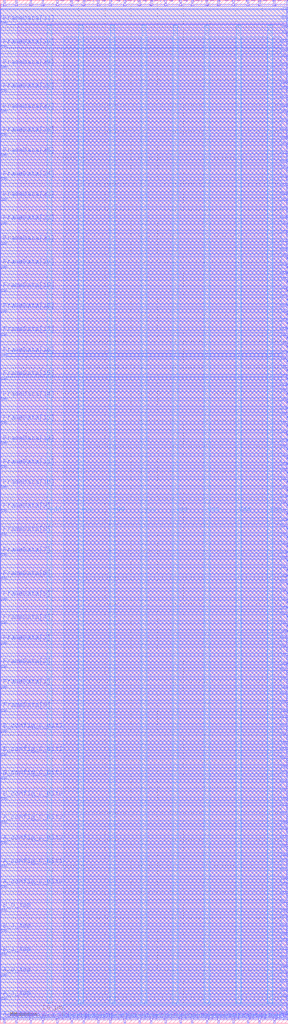
<source format=lef>
VERSION 5.7 ;
  NOWIREEXTENSIONATPIN ON ;
  DIVIDERCHAR "/" ;
  BUSBITCHARS "[]" ;
MACRO W_IO
  CLASS BLOCK ;
  FOREIGN W_IO ;
  ORIGIN 0.000 0.000 ;
  SIZE 110.000 BY 390.000 ;
  PIN A_I_top
    DIRECTION OUTPUT TRISTATE ;
    USE SIGNAL ;
    PORT
      LAYER Metal3 ;
        RECT 0.000 1.400 2.000 1.960 ;
    END
  END A_I_top
  PIN A_O_top
    DIRECTION INPUT ;
    USE SIGNAL ;
    PORT
      LAYER Metal3 ;
        RECT 0.000 18.200 2.000 18.760 ;
    END
  END A_O_top
  PIN A_T_top
    DIRECTION OUTPUT TRISTATE ;
    USE SIGNAL ;
    PORT
      LAYER Metal3 ;
        RECT 0.000 9.240 2.000 9.800 ;
    END
  END A_T_top
  PIN A_config_C_bit0
    DIRECTION OUTPUT TRISTATE ;
    USE SIGNAL ;
    PORT
      LAYER Metal3 ;
        RECT 0.000 51.800 2.000 52.360 ;
    END
  END A_config_C_bit0
  PIN A_config_C_bit1
    DIRECTION OUTPUT TRISTATE ;
    USE SIGNAL ;
    PORT
      LAYER Metal3 ;
        RECT 0.000 59.640 2.000 60.200 ;
    END
  END A_config_C_bit1
  PIN A_config_C_bit2
    DIRECTION OUTPUT TRISTATE ;
    USE SIGNAL ;
    PORT
      LAYER Metal3 ;
        RECT 0.000 68.600 2.000 69.160 ;
    END
  END A_config_C_bit2
  PIN A_config_C_bit3
    DIRECTION OUTPUT TRISTATE ;
    USE SIGNAL ;
    PORT
      LAYER Metal3 ;
        RECT 0.000 76.440 2.000 77.000 ;
    END
  END A_config_C_bit3
  PIN B_I_top
    DIRECTION OUTPUT TRISTATE ;
    USE SIGNAL ;
    PORT
      LAYER Metal3 ;
        RECT 0.000 26.040 2.000 26.600 ;
    END
  END B_I_top
  PIN B_O_top
    DIRECTION INPUT ;
    USE SIGNAL ;
    PORT
      LAYER Metal3 ;
        RECT 0.000 42.840 2.000 43.400 ;
    END
  END B_O_top
  PIN B_T_top
    DIRECTION OUTPUT TRISTATE ;
    USE SIGNAL ;
    PORT
      LAYER Metal3 ;
        RECT 0.000 35.000 2.000 35.560 ;
    END
  END B_T_top
  PIN B_config_C_bit0
    DIRECTION OUTPUT TRISTATE ;
    USE SIGNAL ;
    PORT
      LAYER Metal3 ;
        RECT 0.000 85.400 2.000 85.960 ;
    END
  END B_config_C_bit0
  PIN B_config_C_bit1
    DIRECTION OUTPUT TRISTATE ;
    USE SIGNAL ;
    PORT
      LAYER Metal3 ;
        RECT 0.000 93.240 2.000 93.800 ;
    END
  END B_config_C_bit1
  PIN B_config_C_bit2
    DIRECTION OUTPUT TRISTATE ;
    USE SIGNAL ;
    PORT
      LAYER Metal3 ;
        RECT 0.000 102.200 2.000 102.760 ;
    END
  END B_config_C_bit2
  PIN B_config_C_bit3
    DIRECTION OUTPUT TRISTATE ;
    USE SIGNAL ;
    PORT
      LAYER Metal3 ;
        RECT 0.000 111.160 2.000 111.720 ;
    END
  END B_config_C_bit3
  PIN E1BEG[0]
    DIRECTION OUTPUT TRISTATE ;
    USE SIGNAL ;
    PORT
      LAYER Metal3 ;
        RECT 108.000 1.400 110.000 1.960 ;
    END
  END E1BEG[0]
  PIN E1BEG[1]
    DIRECTION OUTPUT TRISTATE ;
    USE SIGNAL ;
    PORT
      LAYER Metal3 ;
        RECT 108.000 3.640 110.000 4.200 ;
    END
  END E1BEG[1]
  PIN E1BEG[2]
    DIRECTION OUTPUT TRISTATE ;
    USE SIGNAL ;
    PORT
      LAYER Metal3 ;
        RECT 108.000 7.000 110.000 7.560 ;
    END
  END E1BEG[2]
  PIN E1BEG[3]
    DIRECTION OUTPUT TRISTATE ;
    USE SIGNAL ;
    PORT
      LAYER Metal3 ;
        RECT 108.000 10.360 110.000 10.920 ;
    END
  END E1BEG[3]
  PIN E2BEG[0]
    DIRECTION OUTPUT TRISTATE ;
    USE SIGNAL ;
    PORT
      LAYER Metal3 ;
        RECT 108.000 12.600 110.000 13.160 ;
    END
  END E2BEG[0]
  PIN E2BEG[1]
    DIRECTION OUTPUT TRISTATE ;
    USE SIGNAL ;
    PORT
      LAYER Metal3 ;
        RECT 108.000 15.960 110.000 16.520 ;
    END
  END E2BEG[1]
  PIN E2BEG[2]
    DIRECTION OUTPUT TRISTATE ;
    USE SIGNAL ;
    PORT
      LAYER Metal3 ;
        RECT 108.000 19.320 110.000 19.880 ;
    END
  END E2BEG[2]
  PIN E2BEG[3]
    DIRECTION OUTPUT TRISTATE ;
    USE SIGNAL ;
    PORT
      LAYER Metal3 ;
        RECT 108.000 21.560 110.000 22.120 ;
    END
  END E2BEG[3]
  PIN E2BEG[4]
    DIRECTION OUTPUT TRISTATE ;
    USE SIGNAL ;
    PORT
      LAYER Metal3 ;
        RECT 108.000 24.920 110.000 25.480 ;
    END
  END E2BEG[4]
  PIN E2BEG[5]
    DIRECTION OUTPUT TRISTATE ;
    USE SIGNAL ;
    PORT
      LAYER Metal3 ;
        RECT 108.000 28.280 110.000 28.840 ;
    END
  END E2BEG[5]
  PIN E2BEG[6]
    DIRECTION OUTPUT TRISTATE ;
    USE SIGNAL ;
    PORT
      LAYER Metal3 ;
        RECT 108.000 31.640 110.000 32.200 ;
    END
  END E2BEG[6]
  PIN E2BEG[7]
    DIRECTION OUTPUT TRISTATE ;
    USE SIGNAL ;
    PORT
      LAYER Metal3 ;
        RECT 108.000 33.880 110.000 34.440 ;
    END
  END E2BEG[7]
  PIN E2BEGb[0]
    DIRECTION OUTPUT TRISTATE ;
    USE SIGNAL ;
    PORT
      LAYER Metal3 ;
        RECT 108.000 37.240 110.000 37.800 ;
    END
  END E2BEGb[0]
  PIN E2BEGb[1]
    DIRECTION OUTPUT TRISTATE ;
    USE SIGNAL ;
    PORT
      LAYER Metal3 ;
        RECT 108.000 40.600 110.000 41.160 ;
    END
  END E2BEGb[1]
  PIN E2BEGb[2]
    DIRECTION OUTPUT TRISTATE ;
    USE SIGNAL ;
    PORT
      LAYER Metal3 ;
        RECT 108.000 42.840 110.000 43.400 ;
    END
  END E2BEGb[2]
  PIN E2BEGb[3]
    DIRECTION OUTPUT TRISTATE ;
    USE SIGNAL ;
    PORT
      LAYER Metal3 ;
        RECT 108.000 46.200 110.000 46.760 ;
    END
  END E2BEGb[3]
  PIN E2BEGb[4]
    DIRECTION OUTPUT TRISTATE ;
    USE SIGNAL ;
    PORT
      LAYER Metal3 ;
        RECT 108.000 49.560 110.000 50.120 ;
    END
  END E2BEGb[4]
  PIN E2BEGb[5]
    DIRECTION OUTPUT TRISTATE ;
    USE SIGNAL ;
    PORT
      LAYER Metal3 ;
        RECT 108.000 52.920 110.000 53.480 ;
    END
  END E2BEGb[5]
  PIN E2BEGb[6]
    DIRECTION OUTPUT TRISTATE ;
    USE SIGNAL ;
    PORT
      LAYER Metal3 ;
        RECT 108.000 55.160 110.000 55.720 ;
    END
  END E2BEGb[6]
  PIN E2BEGb[7]
    DIRECTION OUTPUT TRISTATE ;
    USE SIGNAL ;
    PORT
      LAYER Metal3 ;
        RECT 108.000 58.520 110.000 59.080 ;
    END
  END E2BEGb[7]
  PIN E6BEG[0]
    DIRECTION OUTPUT TRISTATE ;
    USE SIGNAL ;
    PORT
      LAYER Metal3 ;
        RECT 108.000 110.040 110.000 110.600 ;
    END
  END E6BEG[0]
  PIN E6BEG[10]
    DIRECTION OUTPUT TRISTATE ;
    USE SIGNAL ;
    PORT
      LAYER Metal3 ;
        RECT 108.000 140.280 110.000 140.840 ;
    END
  END E6BEG[10]
  PIN E6BEG[11]
    DIRECTION OUTPUT TRISTATE ;
    USE SIGNAL ;
    PORT
      LAYER Metal3 ;
        RECT 108.000 143.640 110.000 144.200 ;
    END
  END E6BEG[11]
  PIN E6BEG[1]
    DIRECTION OUTPUT TRISTATE ;
    USE SIGNAL ;
    PORT
      LAYER Metal3 ;
        RECT 108.000 113.400 110.000 113.960 ;
    END
  END E6BEG[1]
  PIN E6BEG[2]
    DIRECTION OUTPUT TRISTATE ;
    USE SIGNAL ;
    PORT
      LAYER Metal3 ;
        RECT 108.000 116.760 110.000 117.320 ;
    END
  END E6BEG[2]
  PIN E6BEG[3]
    DIRECTION OUTPUT TRISTATE ;
    USE SIGNAL ;
    PORT
      LAYER Metal3 ;
        RECT 108.000 119.000 110.000 119.560 ;
    END
  END E6BEG[3]
  PIN E6BEG[4]
    DIRECTION OUTPUT TRISTATE ;
    USE SIGNAL ;
    PORT
      LAYER Metal3 ;
        RECT 108.000 122.360 110.000 122.920 ;
    END
  END E6BEG[4]
  PIN E6BEG[5]
    DIRECTION OUTPUT TRISTATE ;
    USE SIGNAL ;
    PORT
      LAYER Metal3 ;
        RECT 108.000 125.720 110.000 126.280 ;
    END
  END E6BEG[5]
  PIN E6BEG[6]
    DIRECTION OUTPUT TRISTATE ;
    USE SIGNAL ;
    PORT
      LAYER Metal3 ;
        RECT 108.000 127.960 110.000 128.520 ;
    END
  END E6BEG[6]
  PIN E6BEG[7]
    DIRECTION OUTPUT TRISTATE ;
    USE SIGNAL ;
    PORT
      LAYER Metal3 ;
        RECT 108.000 131.320 110.000 131.880 ;
    END
  END E6BEG[7]
  PIN E6BEG[8]
    DIRECTION OUTPUT TRISTATE ;
    USE SIGNAL ;
    PORT
      LAYER Metal3 ;
        RECT 108.000 134.680 110.000 135.240 ;
    END
  END E6BEG[8]
  PIN E6BEG[9]
    DIRECTION OUTPUT TRISTATE ;
    USE SIGNAL ;
    PORT
      LAYER Metal3 ;
        RECT 108.000 136.920 110.000 137.480 ;
    END
  END E6BEG[9]
  PIN EE4BEG[0]
    DIRECTION OUTPUT TRISTATE ;
    USE SIGNAL ;
    PORT
      LAYER Metal3 ;
        RECT 108.000 61.880 110.000 62.440 ;
    END
  END EE4BEG[0]
  PIN EE4BEG[10]
    DIRECTION OUTPUT TRISTATE ;
    USE SIGNAL ;
    PORT
      LAYER Metal3 ;
        RECT 108.000 92.120 110.000 92.680 ;
    END
  END EE4BEG[10]
  PIN EE4BEG[11]
    DIRECTION OUTPUT TRISTATE ;
    USE SIGNAL ;
    PORT
      LAYER Metal3 ;
        RECT 108.000 95.480 110.000 96.040 ;
    END
  END EE4BEG[11]
  PIN EE4BEG[12]
    DIRECTION OUTPUT TRISTATE ;
    USE SIGNAL ;
    PORT
      LAYER Metal3 ;
        RECT 108.000 97.720 110.000 98.280 ;
    END
  END EE4BEG[12]
  PIN EE4BEG[13]
    DIRECTION OUTPUT TRISTATE ;
    USE SIGNAL ;
    PORT
      LAYER Metal3 ;
        RECT 108.000 101.080 110.000 101.640 ;
    END
  END EE4BEG[13]
  PIN EE4BEG[14]
    DIRECTION OUTPUT TRISTATE ;
    USE SIGNAL ;
    PORT
      LAYER Metal3 ;
        RECT 108.000 104.440 110.000 105.000 ;
    END
  END EE4BEG[14]
  PIN EE4BEG[15]
    DIRECTION OUTPUT TRISTATE ;
    USE SIGNAL ;
    PORT
      LAYER Metal3 ;
        RECT 108.000 106.680 110.000 107.240 ;
    END
  END EE4BEG[15]
  PIN EE4BEG[1]
    DIRECTION OUTPUT TRISTATE ;
    USE SIGNAL ;
    PORT
      LAYER Metal3 ;
        RECT 108.000 64.120 110.000 64.680 ;
    END
  END EE4BEG[1]
  PIN EE4BEG[2]
    DIRECTION OUTPUT TRISTATE ;
    USE SIGNAL ;
    PORT
      LAYER Metal3 ;
        RECT 108.000 67.480 110.000 68.040 ;
    END
  END EE4BEG[2]
  PIN EE4BEG[3]
    DIRECTION OUTPUT TRISTATE ;
    USE SIGNAL ;
    PORT
      LAYER Metal3 ;
        RECT 108.000 70.840 110.000 71.400 ;
    END
  END EE4BEG[3]
  PIN EE4BEG[4]
    DIRECTION OUTPUT TRISTATE ;
    USE SIGNAL ;
    PORT
      LAYER Metal3 ;
        RECT 108.000 74.200 110.000 74.760 ;
    END
  END EE4BEG[4]
  PIN EE4BEG[5]
    DIRECTION OUTPUT TRISTATE ;
    USE SIGNAL ;
    PORT
      LAYER Metal3 ;
        RECT 108.000 76.440 110.000 77.000 ;
    END
  END EE4BEG[5]
  PIN EE4BEG[6]
    DIRECTION OUTPUT TRISTATE ;
    USE SIGNAL ;
    PORT
      LAYER Metal3 ;
        RECT 108.000 79.800 110.000 80.360 ;
    END
  END EE4BEG[6]
  PIN EE4BEG[7]
    DIRECTION OUTPUT TRISTATE ;
    USE SIGNAL ;
    PORT
      LAYER Metal3 ;
        RECT 108.000 83.160 110.000 83.720 ;
    END
  END EE4BEG[7]
  PIN EE4BEG[8]
    DIRECTION OUTPUT TRISTATE ;
    USE SIGNAL ;
    PORT
      LAYER Metal3 ;
        RECT 108.000 85.400 110.000 85.960 ;
    END
  END EE4BEG[8]
  PIN EE4BEG[9]
    DIRECTION OUTPUT TRISTATE ;
    USE SIGNAL ;
    PORT
      LAYER Metal3 ;
        RECT 108.000 88.760 110.000 89.320 ;
    END
  END EE4BEG[9]
  PIN FrameData[0]
    DIRECTION INPUT ;
    USE SIGNAL ;
    PORT
      LAYER Metal3 ;
        RECT 0.000 119.000 2.000 119.560 ;
    END
  END FrameData[0]
  PIN FrameData[10]
    DIRECTION INPUT ;
    USE SIGNAL ;
    PORT
      LAYER Metal3 ;
        RECT 0.000 204.120 2.000 204.680 ;
    END
  END FrameData[10]
  PIN FrameData[11]
    DIRECTION INPUT ;
    USE SIGNAL ;
    PORT
      LAYER Metal3 ;
        RECT 0.000 211.960 2.000 212.520 ;
    END
  END FrameData[11]
  PIN FrameData[12]
    DIRECTION INPUT ;
    USE SIGNAL ;
    PORT
      LAYER Metal3 ;
        RECT 0.000 220.920 2.000 221.480 ;
    END
  END FrameData[12]
  PIN FrameData[13]
    DIRECTION INPUT ;
    USE SIGNAL ;
    PORT
      LAYER Metal3 ;
        RECT 0.000 228.760 2.000 229.320 ;
    END
  END FrameData[13]
  PIN FrameData[14]
    DIRECTION INPUT ;
    USE SIGNAL ;
    PORT
      LAYER Metal3 ;
        RECT 0.000 237.720 2.000 238.280 ;
    END
  END FrameData[14]
  PIN FrameData[15]
    DIRECTION INPUT ;
    USE SIGNAL ;
    PORT
      LAYER Metal3 ;
        RECT 0.000 245.560 2.000 246.120 ;
    END
  END FrameData[15]
  PIN FrameData[16]
    DIRECTION INPUT ;
    USE SIGNAL ;
    PORT
      LAYER Metal3 ;
        RECT 0.000 254.520 2.000 255.080 ;
    END
  END FrameData[16]
  PIN FrameData[17]
    DIRECTION INPUT ;
    USE SIGNAL ;
    PORT
      LAYER Metal3 ;
        RECT 0.000 262.360 2.000 262.920 ;
    END
  END FrameData[17]
  PIN FrameData[18]
    DIRECTION INPUT ;
    USE SIGNAL ;
    PORT
      LAYER Metal3 ;
        RECT 0.000 271.320 2.000 271.880 ;
    END
  END FrameData[18]
  PIN FrameData[19]
    DIRECTION INPUT ;
    USE SIGNAL ;
    PORT
      LAYER Metal3 ;
        RECT 0.000 279.160 2.000 279.720 ;
    END
  END FrameData[19]
  PIN FrameData[1]
    DIRECTION INPUT ;
    USE SIGNAL ;
    PORT
      LAYER Metal3 ;
        RECT 0.000 127.960 2.000 128.520 ;
    END
  END FrameData[1]
  PIN FrameData[20]
    DIRECTION INPUT ;
    USE SIGNAL ;
    PORT
      LAYER Metal3 ;
        RECT 0.000 288.120 2.000 288.680 ;
    END
  END FrameData[20]
  PIN FrameData[21]
    DIRECTION INPUT ;
    USE SIGNAL ;
    PORT
      LAYER Metal3 ;
        RECT 0.000 297.080 2.000 297.640 ;
    END
  END FrameData[21]
  PIN FrameData[22]
    DIRECTION INPUT ;
    USE SIGNAL ;
    PORT
      LAYER Metal3 ;
        RECT 0.000 304.920 2.000 305.480 ;
    END
  END FrameData[22]
  PIN FrameData[23]
    DIRECTION INPUT ;
    USE SIGNAL ;
    PORT
      LAYER Metal3 ;
        RECT 0.000 313.880 2.000 314.440 ;
    END
  END FrameData[23]
  PIN FrameData[24]
    DIRECTION INPUT ;
    USE SIGNAL ;
    PORT
      LAYER Metal3 ;
        RECT 0.000 321.720 2.000 322.280 ;
    END
  END FrameData[24]
  PIN FrameData[25]
    DIRECTION INPUT ;
    USE SIGNAL ;
    PORT
      LAYER Metal3 ;
        RECT 0.000 330.680 2.000 331.240 ;
    END
  END FrameData[25]
  PIN FrameData[26]
    DIRECTION INPUT ;
    USE SIGNAL ;
    PORT
      LAYER Metal3 ;
        RECT 0.000 338.520 2.000 339.080 ;
    END
  END FrameData[26]
  PIN FrameData[27]
    DIRECTION INPUT ;
    USE SIGNAL ;
    PORT
      LAYER Metal3 ;
        RECT 0.000 347.480 2.000 348.040 ;
    END
  END FrameData[27]
  PIN FrameData[28]
    DIRECTION INPUT ;
    USE SIGNAL ;
    PORT
      LAYER Metal3 ;
        RECT 0.000 355.320 2.000 355.880 ;
    END
  END FrameData[28]
  PIN FrameData[29]
    DIRECTION INPUT ;
    USE SIGNAL ;
    PORT
      LAYER Metal3 ;
        RECT 0.000 364.280 2.000 364.840 ;
    END
  END FrameData[29]
  PIN FrameData[2]
    DIRECTION INPUT ;
    USE SIGNAL ;
    PORT
      LAYER Metal3 ;
        RECT 0.000 135.800 2.000 136.360 ;
    END
  END FrameData[2]
  PIN FrameData[30]
    DIRECTION INPUT ;
    USE SIGNAL ;
    PORT
      LAYER Metal3 ;
        RECT 0.000 372.120 2.000 372.680 ;
    END
  END FrameData[30]
  PIN FrameData[31]
    DIRECTION INPUT ;
    USE SIGNAL ;
    PORT
      LAYER Metal3 ;
        RECT 0.000 381.080 2.000 381.640 ;
    END
  END FrameData[31]
  PIN FrameData[3]
    DIRECTION INPUT ;
    USE SIGNAL ;
    PORT
      LAYER Metal3 ;
        RECT 0.000 144.760 2.000 145.320 ;
    END
  END FrameData[3]
  PIN FrameData[4]
    DIRECTION INPUT ;
    USE SIGNAL ;
    PORT
      LAYER Metal3 ;
        RECT 0.000 152.600 2.000 153.160 ;
    END
  END FrameData[4]
  PIN FrameData[5]
    DIRECTION INPUT ;
    USE SIGNAL ;
    PORT
      LAYER Metal3 ;
        RECT 0.000 161.560 2.000 162.120 ;
    END
  END FrameData[5]
  PIN FrameData[6]
    DIRECTION INPUT ;
    USE SIGNAL ;
    PORT
      LAYER Metal3 ;
        RECT 0.000 169.400 2.000 169.960 ;
    END
  END FrameData[6]
  PIN FrameData[7]
    DIRECTION INPUT ;
    USE SIGNAL ;
    PORT
      LAYER Metal3 ;
        RECT 0.000 178.360 2.000 178.920 ;
    END
  END FrameData[7]
  PIN FrameData[8]
    DIRECTION INPUT ;
    USE SIGNAL ;
    PORT
      LAYER Metal3 ;
        RECT 0.000 186.200 2.000 186.760 ;
    END
  END FrameData[8]
  PIN FrameData[9]
    DIRECTION INPUT ;
    USE SIGNAL ;
    PORT
      LAYER Metal3 ;
        RECT 0.000 195.160 2.000 195.720 ;
    END
  END FrameData[9]
  PIN FrameData_O[0]
    DIRECTION OUTPUT TRISTATE ;
    USE SIGNAL ;
    PORT
      LAYER Metal3 ;
        RECT 108.000 292.600 110.000 293.160 ;
    END
  END FrameData_O[0]
  PIN FrameData_O[10]
    DIRECTION OUTPUT TRISTATE ;
    USE SIGNAL ;
    PORT
      LAYER Metal3 ;
        RECT 108.000 322.840 110.000 323.400 ;
    END
  END FrameData_O[10]
  PIN FrameData_O[11]
    DIRECTION OUTPUT TRISTATE ;
    USE SIGNAL ;
    PORT
      LAYER Metal3 ;
        RECT 108.000 326.200 110.000 326.760 ;
    END
  END FrameData_O[11]
  PIN FrameData_O[12]
    DIRECTION OUTPUT TRISTATE ;
    USE SIGNAL ;
    PORT
      LAYER Metal3 ;
        RECT 108.000 328.440 110.000 329.000 ;
    END
  END FrameData_O[12]
  PIN FrameData_O[13]
    DIRECTION OUTPUT TRISTATE ;
    USE SIGNAL ;
    PORT
      LAYER Metal3 ;
        RECT 108.000 331.800 110.000 332.360 ;
    END
  END FrameData_O[13]
  PIN FrameData_O[14]
    DIRECTION OUTPUT TRISTATE ;
    USE SIGNAL ;
    PORT
      LAYER Metal3 ;
        RECT 108.000 335.160 110.000 335.720 ;
    END
  END FrameData_O[14]
  PIN FrameData_O[15]
    DIRECTION OUTPUT TRISTATE ;
    USE SIGNAL ;
    PORT
      LAYER Metal3 ;
        RECT 108.000 337.400 110.000 337.960 ;
    END
  END FrameData_O[15]
  PIN FrameData_O[16]
    DIRECTION OUTPUT TRISTATE ;
    USE SIGNAL ;
    PORT
      LAYER Metal3 ;
        RECT 108.000 340.760 110.000 341.320 ;
    END
  END FrameData_O[16]
  PIN FrameData_O[17]
    DIRECTION OUTPUT TRISTATE ;
    USE SIGNAL ;
    PORT
      LAYER Metal3 ;
        RECT 108.000 344.120 110.000 344.680 ;
    END
  END FrameData_O[17]
  PIN FrameData_O[18]
    DIRECTION OUTPUT TRISTATE ;
    USE SIGNAL ;
    PORT
      LAYER Metal3 ;
        RECT 108.000 347.480 110.000 348.040 ;
    END
  END FrameData_O[18]
  PIN FrameData_O[19]
    DIRECTION OUTPUT TRISTATE ;
    USE SIGNAL ;
    PORT
      LAYER Metal3 ;
        RECT 108.000 349.720 110.000 350.280 ;
    END
  END FrameData_O[19]
  PIN FrameData_O[1]
    DIRECTION OUTPUT TRISTATE ;
    USE SIGNAL ;
    PORT
      LAYER Metal3 ;
        RECT 108.000 294.840 110.000 295.400 ;
    END
  END FrameData_O[1]
  PIN FrameData_O[20]
    DIRECTION OUTPUT TRISTATE ;
    USE SIGNAL ;
    PORT
      LAYER Metal3 ;
        RECT 108.000 353.080 110.000 353.640 ;
    END
  END FrameData_O[20]
  PIN FrameData_O[21]
    DIRECTION OUTPUT TRISTATE ;
    USE SIGNAL ;
    PORT
      LAYER Metal3 ;
        RECT 108.000 356.440 110.000 357.000 ;
    END
  END FrameData_O[21]
  PIN FrameData_O[22]
    DIRECTION OUTPUT TRISTATE ;
    USE SIGNAL ;
    PORT
      LAYER Metal3 ;
        RECT 108.000 358.680 110.000 359.240 ;
    END
  END FrameData_O[22]
  PIN FrameData_O[23]
    DIRECTION OUTPUT TRISTATE ;
    USE SIGNAL ;
    PORT
      LAYER Metal3 ;
        RECT 108.000 362.040 110.000 362.600 ;
    END
  END FrameData_O[23]
  PIN FrameData_O[24]
    DIRECTION OUTPUT TRISTATE ;
    USE SIGNAL ;
    PORT
      LAYER Metal3 ;
        RECT 108.000 365.400 110.000 365.960 ;
    END
  END FrameData_O[24]
  PIN FrameData_O[25]
    DIRECTION OUTPUT TRISTATE ;
    USE SIGNAL ;
    PORT
      LAYER Metal3 ;
        RECT 108.000 368.760 110.000 369.320 ;
    END
  END FrameData_O[25]
  PIN FrameData_O[26]
    DIRECTION OUTPUT TRISTATE ;
    USE SIGNAL ;
    PORT
      LAYER Metal3 ;
        RECT 108.000 371.000 110.000 371.560 ;
    END
  END FrameData_O[26]
  PIN FrameData_O[27]
    DIRECTION OUTPUT TRISTATE ;
    USE SIGNAL ;
    PORT
      LAYER Metal3 ;
        RECT 108.000 374.360 110.000 374.920 ;
    END
  END FrameData_O[27]
  PIN FrameData_O[28]
    DIRECTION OUTPUT TRISTATE ;
    USE SIGNAL ;
    PORT
      LAYER Metal3 ;
        RECT 108.000 377.720 110.000 378.280 ;
    END
  END FrameData_O[28]
  PIN FrameData_O[29]
    DIRECTION OUTPUT TRISTATE ;
    USE SIGNAL ;
    PORT
      LAYER Metal3 ;
        RECT 108.000 379.960 110.000 380.520 ;
    END
  END FrameData_O[29]
  PIN FrameData_O[2]
    DIRECTION OUTPUT TRISTATE ;
    USE SIGNAL ;
    PORT
      LAYER Metal3 ;
        RECT 108.000 298.200 110.000 298.760 ;
    END
  END FrameData_O[2]
  PIN FrameData_O[30]
    DIRECTION OUTPUT TRISTATE ;
    USE SIGNAL ;
    PORT
      LAYER Metal3 ;
        RECT 108.000 383.320 110.000 383.880 ;
    END
  END FrameData_O[30]
  PIN FrameData_O[31]
    DIRECTION OUTPUT TRISTATE ;
    USE SIGNAL ;
    PORT
      LAYER Metal3 ;
        RECT 108.000 386.680 110.000 387.240 ;
    END
  END FrameData_O[31]
  PIN FrameData_O[3]
    DIRECTION OUTPUT TRISTATE ;
    USE SIGNAL ;
    PORT
      LAYER Metal3 ;
        RECT 108.000 301.560 110.000 302.120 ;
    END
  END FrameData_O[3]
  PIN FrameData_O[4]
    DIRECTION OUTPUT TRISTATE ;
    USE SIGNAL ;
    PORT
      LAYER Metal3 ;
        RECT 108.000 304.920 110.000 305.480 ;
    END
  END FrameData_O[4]
  PIN FrameData_O[5]
    DIRECTION OUTPUT TRISTATE ;
    USE SIGNAL ;
    PORT
      LAYER Metal3 ;
        RECT 108.000 307.160 110.000 307.720 ;
    END
  END FrameData_O[5]
  PIN FrameData_O[6]
    DIRECTION OUTPUT TRISTATE ;
    USE SIGNAL ;
    PORT
      LAYER Metal3 ;
        RECT 108.000 310.520 110.000 311.080 ;
    END
  END FrameData_O[6]
  PIN FrameData_O[7]
    DIRECTION OUTPUT TRISTATE ;
    USE SIGNAL ;
    PORT
      LAYER Metal3 ;
        RECT 108.000 313.880 110.000 314.440 ;
    END
  END FrameData_O[7]
  PIN FrameData_O[8]
    DIRECTION OUTPUT TRISTATE ;
    USE SIGNAL ;
    PORT
      LAYER Metal3 ;
        RECT 108.000 316.120 110.000 316.680 ;
    END
  END FrameData_O[8]
  PIN FrameData_O[9]
    DIRECTION OUTPUT TRISTATE ;
    USE SIGNAL ;
    PORT
      LAYER Metal3 ;
        RECT 108.000 319.480 110.000 320.040 ;
    END
  END FrameData_O[9]
  PIN FrameStrobe[0]
    DIRECTION INPUT ;
    USE SIGNAL ;
    PORT
      LAYER Metal2 ;
        RECT 5.880 0.000 6.440 2.000 ;
    END
  END FrameStrobe[0]
  PIN FrameStrobe[10]
    DIRECTION INPUT ;
    USE SIGNAL ;
    PORT
      LAYER Metal2 ;
        RECT 57.400 0.000 57.960 2.000 ;
    END
  END FrameStrobe[10]
  PIN FrameStrobe[11]
    DIRECTION INPUT ;
    USE SIGNAL ;
    PORT
      LAYER Metal2 ;
        RECT 63.000 0.000 63.560 2.000 ;
    END
  END FrameStrobe[11]
  PIN FrameStrobe[12]
    DIRECTION INPUT ;
    USE SIGNAL ;
    PORT
      LAYER Metal2 ;
        RECT 68.600 0.000 69.160 2.000 ;
    END
  END FrameStrobe[12]
  PIN FrameStrobe[13]
    DIRECTION INPUT ;
    USE SIGNAL ;
    PORT
      LAYER Metal2 ;
        RECT 73.080 0.000 73.640 2.000 ;
    END
  END FrameStrobe[13]
  PIN FrameStrobe[14]
    DIRECTION INPUT ;
    USE SIGNAL ;
    PORT
      LAYER Metal2 ;
        RECT 78.680 0.000 79.240 2.000 ;
    END
  END FrameStrobe[14]
  PIN FrameStrobe[15]
    DIRECTION INPUT ;
    USE SIGNAL ;
    PORT
      LAYER Metal2 ;
        RECT 83.160 0.000 83.720 2.000 ;
    END
  END FrameStrobe[15]
  PIN FrameStrobe[16]
    DIRECTION INPUT ;
    USE SIGNAL ;
    PORT
      LAYER Metal2 ;
        RECT 88.760 0.000 89.320 2.000 ;
    END
  END FrameStrobe[16]
  PIN FrameStrobe[17]
    DIRECTION INPUT ;
    USE SIGNAL ;
    PORT
      LAYER Metal2 ;
        RECT 94.360 0.000 94.920 2.000 ;
    END
  END FrameStrobe[17]
  PIN FrameStrobe[18]
    DIRECTION INPUT ;
    USE SIGNAL ;
    PORT
      LAYER Metal2 ;
        RECT 98.840 0.000 99.400 2.000 ;
    END
  END FrameStrobe[18]
  PIN FrameStrobe[19]
    DIRECTION INPUT ;
    USE SIGNAL ;
    PORT
      LAYER Metal2 ;
        RECT 104.440 0.000 105.000 2.000 ;
    END
  END FrameStrobe[19]
  PIN FrameStrobe[1]
    DIRECTION INPUT ;
    USE SIGNAL ;
    PORT
      LAYER Metal2 ;
        RECT 11.480 0.000 12.040 2.000 ;
    END
  END FrameStrobe[1]
  PIN FrameStrobe[2]
    DIRECTION INPUT ;
    USE SIGNAL ;
    PORT
      LAYER Metal2 ;
        RECT 15.960 0.000 16.520 2.000 ;
    END
  END FrameStrobe[2]
  PIN FrameStrobe[3]
    DIRECTION INPUT ;
    USE SIGNAL ;
    PORT
      LAYER Metal2 ;
        RECT 21.560 0.000 22.120 2.000 ;
    END
  END FrameStrobe[3]
  PIN FrameStrobe[4]
    DIRECTION INPUT ;
    USE SIGNAL ;
    PORT
      LAYER Metal2 ;
        RECT 27.160 0.000 27.720 2.000 ;
    END
  END FrameStrobe[4]
  PIN FrameStrobe[5]
    DIRECTION INPUT ;
    USE SIGNAL ;
    PORT
      LAYER Metal2 ;
        RECT 31.640 0.000 32.200 2.000 ;
    END
  END FrameStrobe[5]
  PIN FrameStrobe[6]
    DIRECTION INPUT ;
    USE SIGNAL ;
    PORT
      LAYER Metal2 ;
        RECT 37.240 0.000 37.800 2.000 ;
    END
  END FrameStrobe[6]
  PIN FrameStrobe[7]
    DIRECTION INPUT ;
    USE SIGNAL ;
    PORT
      LAYER Metal2 ;
        RECT 41.720 0.000 42.280 2.000 ;
    END
  END FrameStrobe[7]
  PIN FrameStrobe[8]
    DIRECTION INPUT ;
    USE SIGNAL ;
    PORT
      LAYER Metal2 ;
        RECT 47.320 0.000 47.880 2.000 ;
    END
  END FrameStrobe[8]
  PIN FrameStrobe[9]
    DIRECTION INPUT ;
    USE SIGNAL ;
    PORT
      LAYER Metal2 ;
        RECT 52.920 0.000 53.480 2.000 ;
    END
  END FrameStrobe[9]
  PIN FrameStrobe_O[0]
    DIRECTION OUTPUT TRISTATE ;
    USE SIGNAL ;
    PORT
      LAYER Metal2 ;
        RECT 5.880 388.000 6.440 390.000 ;
    END
  END FrameStrobe_O[0]
  PIN FrameStrobe_O[10]
    DIRECTION OUTPUT TRISTATE ;
    USE SIGNAL ;
    PORT
      LAYER Metal2 ;
        RECT 57.400 388.000 57.960 390.000 ;
    END
  END FrameStrobe_O[10]
  PIN FrameStrobe_O[11]
    DIRECTION OUTPUT TRISTATE ;
    USE SIGNAL ;
    PORT
      LAYER Metal2 ;
        RECT 63.000 388.000 63.560 390.000 ;
    END
  END FrameStrobe_O[11]
  PIN FrameStrobe_O[12]
    DIRECTION OUTPUT TRISTATE ;
    USE SIGNAL ;
    PORT
      LAYER Metal2 ;
        RECT 68.600 388.000 69.160 390.000 ;
    END
  END FrameStrobe_O[12]
  PIN FrameStrobe_O[13]
    DIRECTION OUTPUT TRISTATE ;
    USE SIGNAL ;
    PORT
      LAYER Metal2 ;
        RECT 73.080 388.000 73.640 390.000 ;
    END
  END FrameStrobe_O[13]
  PIN FrameStrobe_O[14]
    DIRECTION OUTPUT TRISTATE ;
    USE SIGNAL ;
    PORT
      LAYER Metal2 ;
        RECT 78.680 388.000 79.240 390.000 ;
    END
  END FrameStrobe_O[14]
  PIN FrameStrobe_O[15]
    DIRECTION OUTPUT TRISTATE ;
    USE SIGNAL ;
    PORT
      LAYER Metal2 ;
        RECT 83.160 388.000 83.720 390.000 ;
    END
  END FrameStrobe_O[15]
  PIN FrameStrobe_O[16]
    DIRECTION OUTPUT TRISTATE ;
    USE SIGNAL ;
    PORT
      LAYER Metal2 ;
        RECT 88.760 388.000 89.320 390.000 ;
    END
  END FrameStrobe_O[16]
  PIN FrameStrobe_O[17]
    DIRECTION OUTPUT TRISTATE ;
    USE SIGNAL ;
    PORT
      LAYER Metal2 ;
        RECT 94.360 388.000 94.920 390.000 ;
    END
  END FrameStrobe_O[17]
  PIN FrameStrobe_O[18]
    DIRECTION OUTPUT TRISTATE ;
    USE SIGNAL ;
    PORT
      LAYER Metal2 ;
        RECT 98.840 388.000 99.400 390.000 ;
    END
  END FrameStrobe_O[18]
  PIN FrameStrobe_O[19]
    DIRECTION OUTPUT TRISTATE ;
    USE SIGNAL ;
    PORT
      LAYER Metal2 ;
        RECT 104.440 388.000 105.000 390.000 ;
    END
  END FrameStrobe_O[19]
  PIN FrameStrobe_O[1]
    DIRECTION OUTPUT TRISTATE ;
    USE SIGNAL ;
    PORT
      LAYER Metal2 ;
        RECT 11.480 388.000 12.040 390.000 ;
    END
  END FrameStrobe_O[1]
  PIN FrameStrobe_O[2]
    DIRECTION OUTPUT TRISTATE ;
    USE SIGNAL ;
    PORT
      LAYER Metal2 ;
        RECT 15.960 388.000 16.520 390.000 ;
    END
  END FrameStrobe_O[2]
  PIN FrameStrobe_O[3]
    DIRECTION OUTPUT TRISTATE ;
    USE SIGNAL ;
    PORT
      LAYER Metal2 ;
        RECT 21.560 388.000 22.120 390.000 ;
    END
  END FrameStrobe_O[3]
  PIN FrameStrobe_O[4]
    DIRECTION OUTPUT TRISTATE ;
    USE SIGNAL ;
    PORT
      LAYER Metal2 ;
        RECT 27.160 388.000 27.720 390.000 ;
    END
  END FrameStrobe_O[4]
  PIN FrameStrobe_O[5]
    DIRECTION OUTPUT TRISTATE ;
    USE SIGNAL ;
    PORT
      LAYER Metal2 ;
        RECT 31.640 388.000 32.200 390.000 ;
    END
  END FrameStrobe_O[5]
  PIN FrameStrobe_O[6]
    DIRECTION OUTPUT TRISTATE ;
    USE SIGNAL ;
    PORT
      LAYER Metal2 ;
        RECT 37.240 388.000 37.800 390.000 ;
    END
  END FrameStrobe_O[6]
  PIN FrameStrobe_O[7]
    DIRECTION OUTPUT TRISTATE ;
    USE SIGNAL ;
    PORT
      LAYER Metal2 ;
        RECT 41.720 388.000 42.280 390.000 ;
    END
  END FrameStrobe_O[7]
  PIN FrameStrobe_O[8]
    DIRECTION OUTPUT TRISTATE ;
    USE SIGNAL ;
    PORT
      LAYER Metal2 ;
        RECT 47.320 388.000 47.880 390.000 ;
    END
  END FrameStrobe_O[8]
  PIN FrameStrobe_O[9]
    DIRECTION OUTPUT TRISTATE ;
    USE SIGNAL ;
    PORT
      LAYER Metal2 ;
        RECT 52.920 388.000 53.480 390.000 ;
    END
  END FrameStrobe_O[9]
  PIN UserCLK
    DIRECTION INPUT ;
    USE SIGNAL ;
    PORT
      LAYER Metal2 ;
        RECT 1.400 0.000 1.960 2.000 ;
    END
  END UserCLK
  PIN UserCLKo
    DIRECTION OUTPUT TRISTATE ;
    USE SIGNAL ;
    PORT
      LAYER Metal2 ;
        RECT 1.400 388.000 1.960 390.000 ;
    END
  END UserCLKo
  PIN W1END[0]
    DIRECTION INPUT ;
    USE SIGNAL ;
    PORT
      LAYER Metal3 ;
        RECT 108.000 147.000 110.000 147.560 ;
    END
  END W1END[0]
  PIN W1END[1]
    DIRECTION INPUT ;
    USE SIGNAL ;
    PORT
      LAYER Metal3 ;
        RECT 108.000 149.240 110.000 149.800 ;
    END
  END W1END[1]
  PIN W1END[2]
    DIRECTION INPUT ;
    USE SIGNAL ;
    PORT
      LAYER Metal3 ;
        RECT 108.000 152.600 110.000 153.160 ;
    END
  END W1END[2]
  PIN W1END[3]
    DIRECTION INPUT ;
    USE SIGNAL ;
    PORT
      LAYER Metal3 ;
        RECT 108.000 155.960 110.000 156.520 ;
    END
  END W1END[3]
  PIN W2END[0]
    DIRECTION INPUT ;
    USE SIGNAL ;
    PORT
      LAYER Metal3 ;
        RECT 108.000 182.840 110.000 183.400 ;
    END
  END W2END[0]
  PIN W2END[1]
    DIRECTION INPUT ;
    USE SIGNAL ;
    PORT
      LAYER Metal3 ;
        RECT 108.000 186.200 110.000 186.760 ;
    END
  END W2END[1]
  PIN W2END[2]
    DIRECTION INPUT ;
    USE SIGNAL ;
    PORT
      LAYER Metal3 ;
        RECT 108.000 189.560 110.000 190.120 ;
    END
  END W2END[2]
  PIN W2END[3]
    DIRECTION INPUT ;
    USE SIGNAL ;
    PORT
      LAYER Metal3 ;
        RECT 108.000 191.800 110.000 192.360 ;
    END
  END W2END[3]
  PIN W2END[4]
    DIRECTION INPUT ;
    USE SIGNAL ;
    PORT
      LAYER Metal3 ;
        RECT 108.000 195.160 110.000 195.720 ;
    END
  END W2END[4]
  PIN W2END[5]
    DIRECTION INPUT ;
    USE SIGNAL ;
    PORT
      LAYER Metal3 ;
        RECT 108.000 198.520 110.000 199.080 ;
    END
  END W2END[5]
  PIN W2END[6]
    DIRECTION INPUT ;
    USE SIGNAL ;
    PORT
      LAYER Metal3 ;
        RECT 108.000 200.760 110.000 201.320 ;
    END
  END W2END[6]
  PIN W2END[7]
    DIRECTION INPUT ;
    USE SIGNAL ;
    PORT
      LAYER Metal3 ;
        RECT 108.000 204.120 110.000 204.680 ;
    END
  END W2END[7]
  PIN W2MID[0]
    DIRECTION INPUT ;
    USE SIGNAL ;
    PORT
      LAYER Metal3 ;
        RECT 108.000 158.200 110.000 158.760 ;
    END
  END W2MID[0]
  PIN W2MID[1]
    DIRECTION INPUT ;
    USE SIGNAL ;
    PORT
      LAYER Metal3 ;
        RECT 108.000 161.560 110.000 162.120 ;
    END
  END W2MID[1]
  PIN W2MID[2]
    DIRECTION INPUT ;
    USE SIGNAL ;
    PORT
      LAYER Metal3 ;
        RECT 108.000 164.920 110.000 165.480 ;
    END
  END W2MID[2]
  PIN W2MID[3]
    DIRECTION INPUT ;
    USE SIGNAL ;
    PORT
      LAYER Metal3 ;
        RECT 108.000 168.280 110.000 168.840 ;
    END
  END W2MID[3]
  PIN W2MID[4]
    DIRECTION INPUT ;
    USE SIGNAL ;
    PORT
      LAYER Metal3 ;
        RECT 108.000 170.520 110.000 171.080 ;
    END
  END W2MID[4]
  PIN W2MID[5]
    DIRECTION INPUT ;
    USE SIGNAL ;
    PORT
      LAYER Metal3 ;
        RECT 108.000 173.880 110.000 174.440 ;
    END
  END W2MID[5]
  PIN W2MID[6]
    DIRECTION INPUT ;
    USE SIGNAL ;
    PORT
      LAYER Metal3 ;
        RECT 108.000 177.240 110.000 177.800 ;
    END
  END W2MID[6]
  PIN W2MID[7]
    DIRECTION INPUT ;
    USE SIGNAL ;
    PORT
      LAYER Metal3 ;
        RECT 108.000 179.480 110.000 180.040 ;
    END
  END W2MID[7]
  PIN W6END[0]
    DIRECTION INPUT ;
    USE SIGNAL ;
    PORT
      LAYER Metal3 ;
        RECT 108.000 255.640 110.000 256.200 ;
    END
  END W6END[0]
  PIN W6END[10]
    DIRECTION INPUT ;
    USE SIGNAL ;
    PORT
      LAYER Metal3 ;
        RECT 108.000 285.880 110.000 286.440 ;
    END
  END W6END[10]
  PIN W6END[11]
    DIRECTION INPUT ;
    USE SIGNAL ;
    PORT
      LAYER Metal3 ;
        RECT 108.000 289.240 110.000 289.800 ;
    END
  END W6END[11]
  PIN W6END[1]
    DIRECTION INPUT ;
    USE SIGNAL ;
    PORT
      LAYER Metal3 ;
        RECT 108.000 259.000 110.000 259.560 ;
    END
  END W6END[1]
  PIN W6END[2]
    DIRECTION INPUT ;
    USE SIGNAL ;
    PORT
      LAYER Metal3 ;
        RECT 108.000 262.360 110.000 262.920 ;
    END
  END W6END[2]
  PIN W6END[3]
    DIRECTION INPUT ;
    USE SIGNAL ;
    PORT
      LAYER Metal3 ;
        RECT 108.000 264.600 110.000 265.160 ;
    END
  END W6END[3]
  PIN W6END[4]
    DIRECTION INPUT ;
    USE SIGNAL ;
    PORT
      LAYER Metal3 ;
        RECT 108.000 267.960 110.000 268.520 ;
    END
  END W6END[4]
  PIN W6END[5]
    DIRECTION INPUT ;
    USE SIGNAL ;
    PORT
      LAYER Metal3 ;
        RECT 108.000 271.320 110.000 271.880 ;
    END
  END W6END[5]
  PIN W6END[6]
    DIRECTION INPUT ;
    USE SIGNAL ;
    PORT
      LAYER Metal3 ;
        RECT 108.000 273.560 110.000 274.120 ;
    END
  END W6END[6]
  PIN W6END[7]
    DIRECTION INPUT ;
    USE SIGNAL ;
    PORT
      LAYER Metal3 ;
        RECT 108.000 276.920 110.000 277.480 ;
    END
  END W6END[7]
  PIN W6END[8]
    DIRECTION INPUT ;
    USE SIGNAL ;
    PORT
      LAYER Metal3 ;
        RECT 108.000 280.280 110.000 280.840 ;
    END
  END W6END[8]
  PIN W6END[9]
    DIRECTION INPUT ;
    USE SIGNAL ;
    PORT
      LAYER Metal3 ;
        RECT 108.000 283.640 110.000 284.200 ;
    END
  END W6END[9]
  PIN WW4END[0]
    DIRECTION INPUT ;
    USE SIGNAL ;
    PORT
      LAYER Metal3 ;
        RECT 108.000 207.480 110.000 208.040 ;
    END
  END WW4END[0]
  PIN WW4END[10]
    DIRECTION INPUT ;
    USE SIGNAL ;
    PORT
      LAYER Metal3 ;
        RECT 108.000 237.720 110.000 238.280 ;
    END
  END WW4END[10]
  PIN WW4END[11]
    DIRECTION INPUT ;
    USE SIGNAL ;
    PORT
      LAYER Metal3 ;
        RECT 108.000 241.080 110.000 241.640 ;
    END
  END WW4END[11]
  PIN WW4END[12]
    DIRECTION INPUT ;
    USE SIGNAL ;
    PORT
      LAYER Metal3 ;
        RECT 108.000 243.320 110.000 243.880 ;
    END
  END WW4END[12]
  PIN WW4END[13]
    DIRECTION INPUT ;
    USE SIGNAL ;
    PORT
      LAYER Metal3 ;
        RECT 108.000 246.680 110.000 247.240 ;
    END
  END WW4END[13]
  PIN WW4END[14]
    DIRECTION INPUT ;
    USE SIGNAL ;
    PORT
      LAYER Metal3 ;
        RECT 108.000 250.040 110.000 250.600 ;
    END
  END WW4END[14]
  PIN WW4END[15]
    DIRECTION INPUT ;
    USE SIGNAL ;
    PORT
      LAYER Metal3 ;
        RECT 108.000 253.400 110.000 253.960 ;
    END
  END WW4END[15]
  PIN WW4END[1]
    DIRECTION INPUT ;
    USE SIGNAL ;
    PORT
      LAYER Metal3 ;
        RECT 108.000 210.840 110.000 211.400 ;
    END
  END WW4END[1]
  PIN WW4END[2]
    DIRECTION INPUT ;
    USE SIGNAL ;
    PORT
      LAYER Metal3 ;
        RECT 108.000 213.080 110.000 213.640 ;
    END
  END WW4END[2]
  PIN WW4END[3]
    DIRECTION INPUT ;
    USE SIGNAL ;
    PORT
      LAYER Metal3 ;
        RECT 108.000 216.440 110.000 217.000 ;
    END
  END WW4END[3]
  PIN WW4END[4]
    DIRECTION INPUT ;
    USE SIGNAL ;
    PORT
      LAYER Metal3 ;
        RECT 108.000 219.800 110.000 220.360 ;
    END
  END WW4END[4]
  PIN WW4END[5]
    DIRECTION INPUT ;
    USE SIGNAL ;
    PORT
      LAYER Metal3 ;
        RECT 108.000 222.040 110.000 222.600 ;
    END
  END WW4END[5]
  PIN WW4END[6]
    DIRECTION INPUT ;
    USE SIGNAL ;
    PORT
      LAYER Metal3 ;
        RECT 108.000 225.400 110.000 225.960 ;
    END
  END WW4END[6]
  PIN WW4END[7]
    DIRECTION INPUT ;
    USE SIGNAL ;
    PORT
      LAYER Metal3 ;
        RECT 108.000 228.760 110.000 229.320 ;
    END
  END WW4END[7]
  PIN WW4END[8]
    DIRECTION INPUT ;
    USE SIGNAL ;
    PORT
      LAYER Metal3 ;
        RECT 108.000 232.120 110.000 232.680 ;
    END
  END WW4END[8]
  PIN WW4END[9]
    DIRECTION INPUT ;
    USE SIGNAL ;
    PORT
      LAYER Metal3 ;
        RECT 108.000 234.360 110.000 234.920 ;
    END
  END WW4END[9]
  PIN vdd
    DIRECTION INOUT ;
    USE POWER ;
    PORT
      LAYER Metal4 ;
        RECT 17.960 7.540 19.560 380.540 ;
    END
    PORT
      LAYER Metal4 ;
        RECT 42.040 7.540 43.640 380.540 ;
    END
    PORT
      LAYER Metal4 ;
        RECT 66.120 7.540 67.720 380.540 ;
    END
    PORT
      LAYER Metal4 ;
        RECT 90.200 7.540 91.800 380.540 ;
    END
  END vdd
  PIN vss
    DIRECTION INOUT ;
    USE GROUND ;
    PORT
      LAYER Metal4 ;
        RECT 30.000 7.540 31.600 380.540 ;
    END
    PORT
      LAYER Metal4 ;
        RECT 54.080 7.540 55.680 380.540 ;
    END
    PORT
      LAYER Metal4 ;
        RECT 78.160 7.540 79.760 380.540 ;
    END
    PORT
      LAYER Metal4 ;
        RECT 102.240 7.540 103.840 380.540 ;
    END
  END vss
  OBS
      LAYER Metal1 ;
        RECT 6.720 4.070 109.670 381.210 ;
      LAYER Metal2 ;
        RECT 0.140 387.700 1.100 388.500 ;
        RECT 2.260 387.700 5.580 388.500 ;
        RECT 6.740 387.700 11.180 388.500 ;
        RECT 12.340 387.700 15.660 388.500 ;
        RECT 16.820 387.700 21.260 388.500 ;
        RECT 22.420 387.700 26.860 388.500 ;
        RECT 28.020 387.700 31.340 388.500 ;
        RECT 32.500 387.700 36.940 388.500 ;
        RECT 38.100 387.700 41.420 388.500 ;
        RECT 42.580 387.700 47.020 388.500 ;
        RECT 48.180 387.700 52.620 388.500 ;
        RECT 53.780 387.700 57.100 388.500 ;
        RECT 58.260 387.700 62.700 388.500 ;
        RECT 63.860 387.700 68.300 388.500 ;
        RECT 69.460 387.700 72.780 388.500 ;
        RECT 73.940 387.700 78.380 388.500 ;
        RECT 79.540 387.700 82.860 388.500 ;
        RECT 84.020 387.700 88.460 388.500 ;
        RECT 89.620 387.700 94.060 388.500 ;
        RECT 95.220 387.700 98.540 388.500 ;
        RECT 99.700 387.700 104.140 388.500 ;
        RECT 105.300 387.700 109.620 388.500 ;
        RECT 0.140 2.300 109.620 387.700 ;
        RECT 0.140 1.260 1.100 2.300 ;
        RECT 2.260 1.260 5.580 2.300 ;
        RECT 6.740 1.260 11.180 2.300 ;
        RECT 12.340 1.260 15.660 2.300 ;
        RECT 16.820 1.260 21.260 2.300 ;
        RECT 22.420 1.260 26.860 2.300 ;
        RECT 28.020 1.260 31.340 2.300 ;
        RECT 32.500 1.260 36.940 2.300 ;
        RECT 38.100 1.260 41.420 2.300 ;
        RECT 42.580 1.260 47.020 2.300 ;
        RECT 48.180 1.260 52.620 2.300 ;
        RECT 53.780 1.260 57.100 2.300 ;
        RECT 58.260 1.260 62.700 2.300 ;
        RECT 63.860 1.260 68.300 2.300 ;
        RECT 69.460 1.260 72.780 2.300 ;
        RECT 73.940 1.260 78.380 2.300 ;
        RECT 79.540 1.260 82.860 2.300 ;
        RECT 84.020 1.260 88.460 2.300 ;
        RECT 89.620 1.260 94.060 2.300 ;
        RECT 95.220 1.260 98.540 2.300 ;
        RECT 99.700 1.260 104.140 2.300 ;
        RECT 105.300 1.260 109.620 2.300 ;
      LAYER Metal3 ;
        RECT 0.090 386.380 107.700 386.820 ;
        RECT 0.090 384.180 109.670 386.380 ;
        RECT 0.090 383.020 107.700 384.180 ;
        RECT 0.090 381.940 109.670 383.020 ;
        RECT 2.300 380.820 109.670 381.940 ;
        RECT 2.300 380.780 107.700 380.820 ;
        RECT 0.090 379.660 107.700 380.780 ;
        RECT 0.090 378.580 109.670 379.660 ;
        RECT 0.090 377.420 107.700 378.580 ;
        RECT 0.090 375.220 109.670 377.420 ;
        RECT 0.090 374.060 107.700 375.220 ;
        RECT 0.090 372.980 109.670 374.060 ;
        RECT 2.300 371.860 109.670 372.980 ;
        RECT 2.300 371.820 107.700 371.860 ;
        RECT 0.090 370.700 107.700 371.820 ;
        RECT 0.090 369.620 109.670 370.700 ;
        RECT 0.090 368.460 107.700 369.620 ;
        RECT 0.090 366.260 109.670 368.460 ;
        RECT 0.090 365.140 107.700 366.260 ;
        RECT 2.300 365.100 107.700 365.140 ;
        RECT 2.300 363.980 109.670 365.100 ;
        RECT 0.090 362.900 109.670 363.980 ;
        RECT 0.090 361.740 107.700 362.900 ;
        RECT 0.090 359.540 109.670 361.740 ;
        RECT 0.090 358.380 107.700 359.540 ;
        RECT 0.090 357.300 109.670 358.380 ;
        RECT 0.090 356.180 107.700 357.300 ;
        RECT 2.300 356.140 107.700 356.180 ;
        RECT 2.300 355.020 109.670 356.140 ;
        RECT 0.090 353.940 109.670 355.020 ;
        RECT 0.090 352.780 107.700 353.940 ;
        RECT 0.090 350.580 109.670 352.780 ;
        RECT 0.090 349.420 107.700 350.580 ;
        RECT 0.090 348.340 109.670 349.420 ;
        RECT 2.300 347.180 107.700 348.340 ;
        RECT 0.090 344.980 109.670 347.180 ;
        RECT 0.090 343.820 107.700 344.980 ;
        RECT 0.090 341.620 109.670 343.820 ;
        RECT 0.090 340.460 107.700 341.620 ;
        RECT 0.090 339.380 109.670 340.460 ;
        RECT 2.300 338.260 109.670 339.380 ;
        RECT 2.300 338.220 107.700 338.260 ;
        RECT 0.090 337.100 107.700 338.220 ;
        RECT 0.090 336.020 109.670 337.100 ;
        RECT 0.090 334.860 107.700 336.020 ;
        RECT 0.090 332.660 109.670 334.860 ;
        RECT 0.090 331.540 107.700 332.660 ;
        RECT 2.300 331.500 107.700 331.540 ;
        RECT 2.300 330.380 109.670 331.500 ;
        RECT 0.090 329.300 109.670 330.380 ;
        RECT 0.090 328.140 107.700 329.300 ;
        RECT 0.090 327.060 109.670 328.140 ;
        RECT 0.090 325.900 107.700 327.060 ;
        RECT 0.090 323.700 109.670 325.900 ;
        RECT 0.090 322.580 107.700 323.700 ;
        RECT 2.300 322.540 107.700 322.580 ;
        RECT 2.300 321.420 109.670 322.540 ;
        RECT 0.090 320.340 109.670 321.420 ;
        RECT 0.090 319.180 107.700 320.340 ;
        RECT 0.090 316.980 109.670 319.180 ;
        RECT 0.090 315.820 107.700 316.980 ;
        RECT 0.090 314.740 109.670 315.820 ;
        RECT 2.300 313.580 107.700 314.740 ;
        RECT 0.090 311.380 109.670 313.580 ;
        RECT 0.090 310.220 107.700 311.380 ;
        RECT 0.090 308.020 109.670 310.220 ;
        RECT 0.090 306.860 107.700 308.020 ;
        RECT 0.090 305.780 109.670 306.860 ;
        RECT 2.300 304.620 107.700 305.780 ;
        RECT 0.090 302.420 109.670 304.620 ;
        RECT 0.090 301.260 107.700 302.420 ;
        RECT 0.090 299.060 109.670 301.260 ;
        RECT 0.090 297.940 107.700 299.060 ;
        RECT 2.300 297.900 107.700 297.940 ;
        RECT 2.300 296.780 109.670 297.900 ;
        RECT 0.090 295.700 109.670 296.780 ;
        RECT 0.090 294.540 107.700 295.700 ;
        RECT 0.090 293.460 109.670 294.540 ;
        RECT 0.090 292.300 107.700 293.460 ;
        RECT 0.090 290.100 109.670 292.300 ;
        RECT 0.090 288.980 107.700 290.100 ;
        RECT 2.300 288.940 107.700 288.980 ;
        RECT 2.300 287.820 109.670 288.940 ;
        RECT 0.090 286.740 109.670 287.820 ;
        RECT 0.090 285.580 107.700 286.740 ;
        RECT 0.090 284.500 109.670 285.580 ;
        RECT 0.090 283.340 107.700 284.500 ;
        RECT 0.090 281.140 109.670 283.340 ;
        RECT 0.090 280.020 107.700 281.140 ;
        RECT 2.300 279.980 107.700 280.020 ;
        RECT 2.300 278.860 109.670 279.980 ;
        RECT 0.090 277.780 109.670 278.860 ;
        RECT 0.090 276.620 107.700 277.780 ;
        RECT 0.090 274.420 109.670 276.620 ;
        RECT 0.090 273.260 107.700 274.420 ;
        RECT 0.090 272.180 109.670 273.260 ;
        RECT 2.300 271.020 107.700 272.180 ;
        RECT 0.090 268.820 109.670 271.020 ;
        RECT 0.090 267.660 107.700 268.820 ;
        RECT 0.090 265.460 109.670 267.660 ;
        RECT 0.090 264.300 107.700 265.460 ;
        RECT 0.090 263.220 109.670 264.300 ;
        RECT 2.300 262.060 107.700 263.220 ;
        RECT 0.090 259.860 109.670 262.060 ;
        RECT 0.090 258.700 107.700 259.860 ;
        RECT 0.090 256.500 109.670 258.700 ;
        RECT 0.090 255.380 107.700 256.500 ;
        RECT 2.300 255.340 107.700 255.380 ;
        RECT 2.300 254.260 109.670 255.340 ;
        RECT 2.300 254.220 107.700 254.260 ;
        RECT 0.090 253.100 107.700 254.220 ;
        RECT 0.090 250.900 109.670 253.100 ;
        RECT 0.090 249.740 107.700 250.900 ;
        RECT 0.090 247.540 109.670 249.740 ;
        RECT 0.090 246.420 107.700 247.540 ;
        RECT 2.300 246.380 107.700 246.420 ;
        RECT 2.300 245.260 109.670 246.380 ;
        RECT 0.090 244.180 109.670 245.260 ;
        RECT 0.090 243.020 107.700 244.180 ;
        RECT 0.090 241.940 109.670 243.020 ;
        RECT 0.090 240.780 107.700 241.940 ;
        RECT 0.090 238.580 109.670 240.780 ;
        RECT 2.300 237.420 107.700 238.580 ;
        RECT 0.090 235.220 109.670 237.420 ;
        RECT 0.090 234.060 107.700 235.220 ;
        RECT 0.090 232.980 109.670 234.060 ;
        RECT 0.090 231.820 107.700 232.980 ;
        RECT 0.090 229.620 109.670 231.820 ;
        RECT 2.300 228.460 107.700 229.620 ;
        RECT 0.090 226.260 109.670 228.460 ;
        RECT 0.090 225.100 107.700 226.260 ;
        RECT 0.090 222.900 109.670 225.100 ;
        RECT 0.090 221.780 107.700 222.900 ;
        RECT 2.300 221.740 107.700 221.780 ;
        RECT 2.300 220.660 109.670 221.740 ;
        RECT 2.300 220.620 107.700 220.660 ;
        RECT 0.090 219.500 107.700 220.620 ;
        RECT 0.090 217.300 109.670 219.500 ;
        RECT 0.090 216.140 107.700 217.300 ;
        RECT 0.090 213.940 109.670 216.140 ;
        RECT 0.090 212.820 107.700 213.940 ;
        RECT 2.300 212.780 107.700 212.820 ;
        RECT 2.300 211.700 109.670 212.780 ;
        RECT 2.300 211.660 107.700 211.700 ;
        RECT 0.090 210.540 107.700 211.660 ;
        RECT 0.090 208.340 109.670 210.540 ;
        RECT 0.090 207.180 107.700 208.340 ;
        RECT 0.090 204.980 109.670 207.180 ;
        RECT 2.300 203.820 107.700 204.980 ;
        RECT 0.090 201.620 109.670 203.820 ;
        RECT 0.090 200.460 107.700 201.620 ;
        RECT 0.090 199.380 109.670 200.460 ;
        RECT 0.090 198.220 107.700 199.380 ;
        RECT 0.090 196.020 109.670 198.220 ;
        RECT 2.300 194.860 107.700 196.020 ;
        RECT 0.090 192.660 109.670 194.860 ;
        RECT 0.090 191.500 107.700 192.660 ;
        RECT 0.090 190.420 109.670 191.500 ;
        RECT 0.090 189.260 107.700 190.420 ;
        RECT 0.090 187.060 109.670 189.260 ;
        RECT 2.300 185.900 107.700 187.060 ;
        RECT 0.090 183.700 109.670 185.900 ;
        RECT 0.090 182.540 107.700 183.700 ;
        RECT 0.090 180.340 109.670 182.540 ;
        RECT 0.090 179.220 107.700 180.340 ;
        RECT 2.300 179.180 107.700 179.220 ;
        RECT 2.300 178.100 109.670 179.180 ;
        RECT 2.300 178.060 107.700 178.100 ;
        RECT 0.090 176.940 107.700 178.060 ;
        RECT 0.090 174.740 109.670 176.940 ;
        RECT 0.090 173.580 107.700 174.740 ;
        RECT 0.090 171.380 109.670 173.580 ;
        RECT 0.090 170.260 107.700 171.380 ;
        RECT 2.300 170.220 107.700 170.260 ;
        RECT 2.300 169.140 109.670 170.220 ;
        RECT 2.300 169.100 107.700 169.140 ;
        RECT 0.090 167.980 107.700 169.100 ;
        RECT 0.090 165.780 109.670 167.980 ;
        RECT 0.090 164.620 107.700 165.780 ;
        RECT 0.090 162.420 109.670 164.620 ;
        RECT 2.300 161.260 107.700 162.420 ;
        RECT 0.090 159.060 109.670 161.260 ;
        RECT 0.090 157.900 107.700 159.060 ;
        RECT 0.090 156.820 109.670 157.900 ;
        RECT 0.090 155.660 107.700 156.820 ;
        RECT 0.090 153.460 109.670 155.660 ;
        RECT 2.300 152.300 107.700 153.460 ;
        RECT 0.090 150.100 109.670 152.300 ;
        RECT 0.090 148.940 107.700 150.100 ;
        RECT 0.090 147.860 109.670 148.940 ;
        RECT 0.090 146.700 107.700 147.860 ;
        RECT 0.090 145.620 109.670 146.700 ;
        RECT 2.300 144.500 109.670 145.620 ;
        RECT 2.300 144.460 107.700 144.500 ;
        RECT 0.090 143.340 107.700 144.460 ;
        RECT 0.090 141.140 109.670 143.340 ;
        RECT 0.090 139.980 107.700 141.140 ;
        RECT 0.090 137.780 109.670 139.980 ;
        RECT 0.090 136.660 107.700 137.780 ;
        RECT 2.300 136.620 107.700 136.660 ;
        RECT 2.300 135.540 109.670 136.620 ;
        RECT 2.300 135.500 107.700 135.540 ;
        RECT 0.090 134.380 107.700 135.500 ;
        RECT 0.090 132.180 109.670 134.380 ;
        RECT 0.090 131.020 107.700 132.180 ;
        RECT 0.090 128.820 109.670 131.020 ;
        RECT 2.300 127.660 107.700 128.820 ;
        RECT 0.090 126.580 109.670 127.660 ;
        RECT 0.090 125.420 107.700 126.580 ;
        RECT 0.090 123.220 109.670 125.420 ;
        RECT 0.090 122.060 107.700 123.220 ;
        RECT 0.090 119.860 109.670 122.060 ;
        RECT 2.300 118.700 107.700 119.860 ;
        RECT 0.090 117.620 109.670 118.700 ;
        RECT 0.090 116.460 107.700 117.620 ;
        RECT 0.090 114.260 109.670 116.460 ;
        RECT 0.090 113.100 107.700 114.260 ;
        RECT 0.090 112.020 109.670 113.100 ;
        RECT 2.300 110.900 109.670 112.020 ;
        RECT 2.300 110.860 107.700 110.900 ;
        RECT 0.090 109.740 107.700 110.860 ;
        RECT 0.090 107.540 109.670 109.740 ;
        RECT 0.090 106.380 107.700 107.540 ;
        RECT 0.090 105.300 109.670 106.380 ;
        RECT 0.090 104.140 107.700 105.300 ;
        RECT 0.090 103.060 109.670 104.140 ;
        RECT 2.300 101.940 109.670 103.060 ;
        RECT 2.300 101.900 107.700 101.940 ;
        RECT 0.090 100.780 107.700 101.900 ;
        RECT 0.090 98.580 109.670 100.780 ;
        RECT 0.090 97.420 107.700 98.580 ;
        RECT 0.090 96.340 109.670 97.420 ;
        RECT 0.090 95.180 107.700 96.340 ;
        RECT 0.090 94.100 109.670 95.180 ;
        RECT 2.300 92.980 109.670 94.100 ;
        RECT 2.300 92.940 107.700 92.980 ;
        RECT 0.090 91.820 107.700 92.940 ;
        RECT 0.090 89.620 109.670 91.820 ;
        RECT 0.090 88.460 107.700 89.620 ;
        RECT 0.090 86.260 109.670 88.460 ;
        RECT 2.300 85.100 107.700 86.260 ;
        RECT 0.090 84.020 109.670 85.100 ;
        RECT 0.090 82.860 107.700 84.020 ;
        RECT 0.090 80.660 109.670 82.860 ;
        RECT 0.090 79.500 107.700 80.660 ;
        RECT 0.090 77.300 109.670 79.500 ;
        RECT 2.300 76.140 107.700 77.300 ;
        RECT 0.090 75.060 109.670 76.140 ;
        RECT 0.090 73.900 107.700 75.060 ;
        RECT 0.090 71.700 109.670 73.900 ;
        RECT 0.090 70.540 107.700 71.700 ;
        RECT 0.090 69.460 109.670 70.540 ;
        RECT 2.300 68.340 109.670 69.460 ;
        RECT 2.300 68.300 107.700 68.340 ;
        RECT 0.090 67.180 107.700 68.300 ;
        RECT 0.090 64.980 109.670 67.180 ;
        RECT 0.090 63.820 107.700 64.980 ;
        RECT 0.090 62.740 109.670 63.820 ;
        RECT 0.090 61.580 107.700 62.740 ;
        RECT 0.090 60.500 109.670 61.580 ;
        RECT 2.300 59.380 109.670 60.500 ;
        RECT 2.300 59.340 107.700 59.380 ;
        RECT 0.090 58.220 107.700 59.340 ;
        RECT 0.090 56.020 109.670 58.220 ;
        RECT 0.090 54.860 107.700 56.020 ;
        RECT 0.090 53.780 109.670 54.860 ;
        RECT 0.090 52.660 107.700 53.780 ;
        RECT 2.300 52.620 107.700 52.660 ;
        RECT 2.300 51.500 109.670 52.620 ;
        RECT 0.090 50.420 109.670 51.500 ;
        RECT 0.090 49.260 107.700 50.420 ;
        RECT 0.090 47.060 109.670 49.260 ;
        RECT 0.090 45.900 107.700 47.060 ;
        RECT 0.090 43.700 109.670 45.900 ;
        RECT 2.300 42.540 107.700 43.700 ;
        RECT 0.090 41.460 109.670 42.540 ;
        RECT 0.090 40.300 107.700 41.460 ;
        RECT 0.090 38.100 109.670 40.300 ;
        RECT 0.090 36.940 107.700 38.100 ;
        RECT 0.090 35.860 109.670 36.940 ;
        RECT 2.300 34.740 109.670 35.860 ;
        RECT 2.300 34.700 107.700 34.740 ;
        RECT 0.090 33.580 107.700 34.700 ;
        RECT 0.090 32.500 109.670 33.580 ;
        RECT 0.090 31.340 107.700 32.500 ;
        RECT 0.090 29.140 109.670 31.340 ;
        RECT 0.090 27.980 107.700 29.140 ;
        RECT 0.090 26.900 109.670 27.980 ;
        RECT 2.300 25.780 109.670 26.900 ;
        RECT 2.300 25.740 107.700 25.780 ;
        RECT 0.090 24.620 107.700 25.740 ;
        RECT 0.090 22.420 109.670 24.620 ;
        RECT 0.090 21.260 107.700 22.420 ;
        RECT 0.090 20.180 109.670 21.260 ;
        RECT 0.090 19.060 107.700 20.180 ;
        RECT 2.300 19.020 107.700 19.060 ;
        RECT 2.300 17.900 109.670 19.020 ;
        RECT 0.090 16.820 109.670 17.900 ;
        RECT 0.090 15.660 107.700 16.820 ;
        RECT 0.090 13.460 109.670 15.660 ;
        RECT 0.090 12.300 107.700 13.460 ;
        RECT 0.090 11.220 109.670 12.300 ;
        RECT 0.090 10.100 107.700 11.220 ;
        RECT 2.300 10.060 107.700 10.100 ;
        RECT 2.300 8.940 109.670 10.060 ;
        RECT 0.090 7.860 109.670 8.940 ;
        RECT 0.090 6.700 107.700 7.860 ;
        RECT 0.090 4.500 109.670 6.700 ;
        RECT 0.090 3.340 107.700 4.500 ;
        RECT 0.090 2.260 109.670 3.340 ;
        RECT 2.300 1.820 107.700 2.260 ;
      LAYER Metal4 ;
        RECT 24.220 7.240 29.700 376.230 ;
        RECT 31.900 7.240 41.740 376.230 ;
        RECT 43.940 7.240 53.780 376.230 ;
        RECT 55.980 7.240 65.820 376.230 ;
        RECT 68.020 7.240 77.860 376.230 ;
        RECT 80.060 7.240 89.900 376.230 ;
        RECT 92.100 7.240 101.940 376.230 ;
        RECT 104.140 7.240 107.380 376.230 ;
        RECT 24.220 2.890 107.380 7.240 ;
  END
END W_IO
END LIBRARY


</source>
